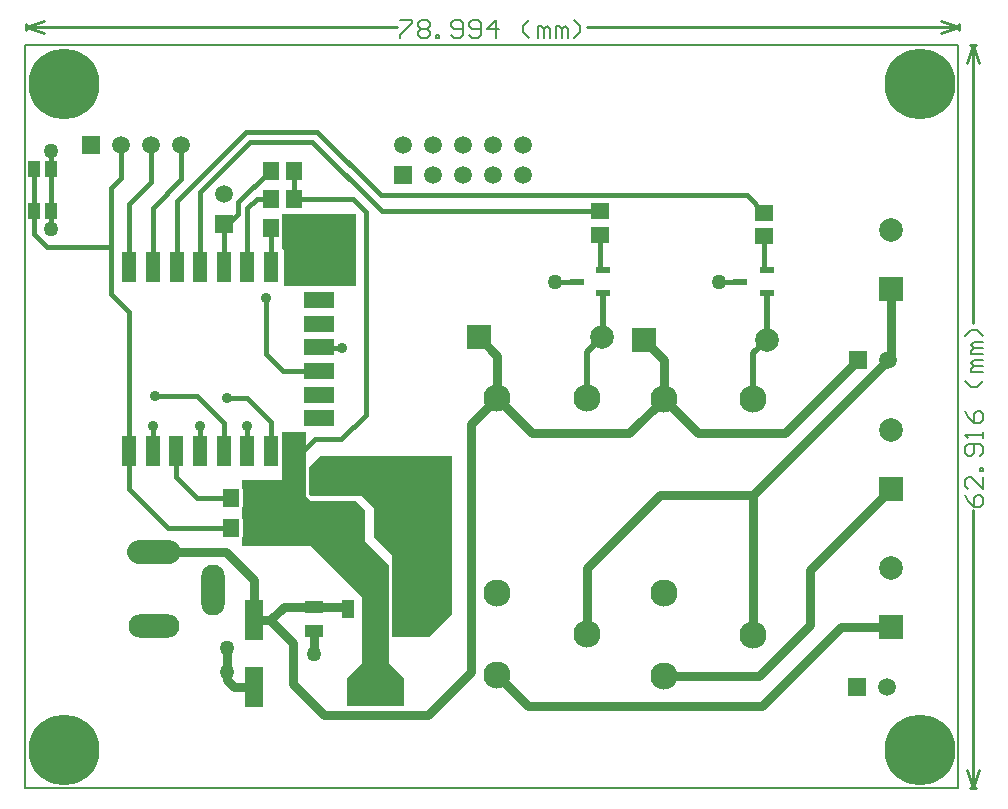
<source format=gtl>
G04 Layer_Physical_Order=1*
G04 Layer_Color=191*
%FSLAX44Y44*%
%MOMM*%
G71*
G01*
G75*
%ADD10R,1.0500X1.4000*%
%ADD11R,1.1500X0.6000*%
%ADD12R,1.4000X1.5000*%
%ADD13R,1.1430X2.5400*%
%ADD14R,2.5400X1.3970*%
%ADD15R,1.1000X1.5500*%
%ADD16R,1.1000X1.5500*%
%ADD17R,3.4500X1.5500*%
%ADD18R,1.0160X1.5240*%
%ADD19R,1.5240X1.0160*%
%ADD20R,1.6000X3.5000*%
%ADD21R,3.5000X1.6000*%
%ADD22R,1.5000X1.4000*%
%ADD23C,0.1270*%
%ADD24C,0.7620*%
%ADD25C,0.3810*%
%ADD26C,0.5080*%
%ADD27C,0.2540*%
%ADD28C,2.0160*%
%ADD29C,0.1524*%
%ADD30C,6.0000*%
%ADD31C,1.5000*%
%ADD32R,1.5000X1.5000*%
%ADD33C,2.0000*%
%ADD34R,2.0000X2.0000*%
%ADD35R,2.0000X2.0000*%
%ADD36R,1.5000X1.5000*%
%ADD37C,2.3000*%
%ADD38O,2.0000X4.3180*%
%ADD39O,4.3180X2.0000*%
%ADD40O,4.5000X2.0000*%
%ADD41C,0.8890*%
%ADD42C,1.2700*%
G36*
X492760Y469900D02*
Y449580D01*
X496570Y445770D01*
X534670Y445770D01*
X542290Y438150D01*
X542290Y411480D01*
X556260Y397510D01*
X562610Y391160D01*
Y367030D01*
Y308610D01*
X575310Y295910D01*
X575310Y271780D01*
X527050D01*
X527050Y295910D01*
X539750Y308610D01*
Y364490D01*
X496570Y407670D01*
X438150D01*
Y413667D01*
X438653Y414419D01*
X438850Y415410D01*
Y430410D01*
X438653Y431401D01*
X438150Y432153D01*
Y439067D01*
X438653Y439819D01*
X438850Y440810D01*
Y455810D01*
X438653Y456801D01*
X438150Y457553D01*
Y463550D01*
X472440D01*
Y504190D01*
X492760D01*
Y469900D01*
D02*
G37*
G36*
X615950Y349250D02*
X596900Y330200D01*
X565200D01*
Y367030D01*
Y391160D01*
X565150Y391410D01*
Y400050D01*
X549910Y415290D01*
Y439420D01*
X539750Y449580D01*
X496570D01*
X495350Y450800D01*
Y469900D01*
Y473760D01*
X505460Y483870D01*
X615950D01*
Y349250D01*
D02*
G37*
G36*
X535178Y627380D02*
X473710D01*
Y657860D01*
X472440Y659130D01*
Y688340D01*
X535178D01*
Y627380D01*
D02*
G37*
D10*
X276490Y726660D02*
D03*
X261990D02*
D03*
Y690660D02*
D03*
X276490D02*
D03*
D11*
X859970Y631190D02*
D03*
X882470Y640690D02*
D03*
Y621690D02*
D03*
X721540Y631190D02*
D03*
X744040Y640690D02*
D03*
Y621690D02*
D03*
D12*
X482600Y725170D02*
D03*
X462600D02*
D03*
X482600Y701040D02*
D03*
X462600D02*
D03*
X482600Y676910D02*
D03*
X462600D02*
D03*
X429260Y448310D02*
D03*
X449260D02*
D03*
X429260Y422910D02*
D03*
X449260D02*
D03*
D13*
X342900Y487680D02*
D03*
X362712D02*
D03*
X382778D02*
D03*
X402590D02*
D03*
X422910D02*
D03*
X442722D02*
D03*
X462534D02*
D03*
X482600D02*
D03*
X482854Y643890D02*
D03*
X462788D02*
D03*
X442976D02*
D03*
X422910Y643636D02*
D03*
X402844D02*
D03*
X383032D02*
D03*
X362712D02*
D03*
X342900D02*
D03*
D14*
X503428Y515620D02*
D03*
Y535432D02*
D03*
Y555244D02*
D03*
Y575564D02*
D03*
Y595376D02*
D03*
Y615696D02*
D03*
D15*
X574180Y353790D02*
D03*
D16*
X551180D02*
D03*
X528180D02*
D03*
D17*
X551180Y286290D02*
D03*
D18*
X552450Y381000D02*
D03*
X572770D02*
D03*
X482600Y461010D02*
D03*
X502920D02*
D03*
D19*
X499110Y355600D02*
D03*
Y335280D02*
D03*
D20*
X448310Y288230D02*
D03*
Y344230D02*
D03*
D21*
X571560Y427990D02*
D03*
X515560D02*
D03*
D22*
X741680Y690560D02*
D03*
Y670560D02*
D03*
X880110Y689610D02*
D03*
Y669610D02*
D03*
D23*
X1044956Y202184D02*
Y831342D01*
X255016Y202184D02*
X1044956D01*
X255016D02*
Y831342D01*
X1044956D01*
X255016D02*
X1044956D01*
Y202184D02*
Y831342D01*
X255016Y202184D02*
X1044956D01*
X255016D02*
Y831342D01*
D24*
X363766Y401824D02*
X424946D01*
X448310Y378460D01*
X425704Y294132D02*
Y300736D01*
Y294132D02*
X431606Y288230D01*
X448310D01*
X945680Y338620D02*
X988060D01*
X878840Y271780D02*
X945680Y338620D01*
X680210Y271780D02*
X878840D01*
X654250Y297740D02*
X680210Y271780D01*
X919480Y386880D02*
X988060Y455460D01*
X919480Y340360D02*
Y386880D01*
X876250Y297130D02*
X919480Y340360D01*
X795220Y297130D02*
X876250D01*
X792480Y450850D02*
X871220D01*
X730250Y388620D02*
X792480Y450850D01*
X730250Y332740D02*
Y388620D01*
X871220Y332130D02*
Y450850D01*
X985520Y565150D01*
X897890Y502920D02*
X960120Y565150D01*
X824430Y502920D02*
X897890D01*
X795220Y532130D02*
X824430Y502920D01*
X778280Y581660D02*
X795220Y564720D01*
Y532130D02*
Y564720D01*
X766010Y502920D02*
X795220Y532130D01*
X684070Y502920D02*
X766010D01*
X654250Y532740D02*
X684070Y502920D01*
X638580Y584200D02*
X654250Y568530D01*
Y532740D02*
Y568530D01*
X632460Y510950D02*
X654250Y532740D01*
X632460Y300990D02*
Y510950D01*
X595630Y264160D02*
X632460Y300990D01*
X508000Y264160D02*
X595630D01*
X481330Y290830D02*
X508000Y264160D01*
X481330Y290830D02*
Y325240D01*
X462340Y344230D02*
X481330Y325240D01*
X985520Y565150D02*
X988060Y567690D01*
Y624840D01*
X499110Y316230D02*
Y335280D01*
X425704Y300736D02*
Y321056D01*
X526370Y355600D02*
X528180Y353790D01*
X499110Y355600D02*
X526370D01*
X473710D02*
X499110D01*
X462340Y344230D02*
X473710Y355600D01*
X448310Y344230D02*
X462340D01*
X448310D02*
Y378460D01*
D25*
X362712Y693420D02*
X387096Y717804D01*
Y746506D01*
X361696Y715264D02*
Y746506D01*
X342900Y696468D02*
X361696Y715264D01*
X336296Y719074D02*
Y746506D01*
X327660Y710438D02*
X336296Y719074D01*
X458470Y569722D02*
Y616966D01*
Y569722D02*
X472948Y555244D01*
X503428D01*
X504444Y574548D02*
X523240D01*
X503428Y575564D02*
X504444Y574548D01*
X543052Y518414D02*
Y690372D01*
X522478Y497840D02*
X543052Y518414D01*
X532384Y701040D02*
X543052Y690372D01*
X462534Y487680D02*
Y512572D01*
X442722Y532384D02*
X462534Y512572D01*
X425450Y532384D02*
X442722D01*
X422910Y487680D02*
Y511048D01*
X400050Y533908D02*
X422910Y511048D01*
X364490Y533908D02*
X400050D01*
X342900Y487680D02*
Y605790D01*
X442722Y487680D02*
Y509016D01*
X402590Y487680D02*
Y509016D01*
X362712D02*
X362966Y509270D01*
X362712Y487680D02*
Y509016D01*
X865632Y704088D02*
X880110Y689610D01*
X555752Y704088D02*
X865632D01*
X501650Y758190D02*
X555752Y704088D01*
X441706Y758190D02*
X501650D01*
X556580Y690560D02*
X741680D01*
X497840Y749300D02*
X556580Y690560D01*
X444754Y749300D02*
X497840D01*
X500380Y497840D02*
X522478D01*
X482600Y701040D02*
X532384D01*
X383032Y699516D02*
X441706Y758190D01*
X402844Y707390D02*
X444754Y749300D01*
X327660Y621030D02*
Y660400D01*
Y710438D01*
X342900Y643636D02*
Y696468D01*
X362712Y643636D02*
Y693420D01*
X383032Y643636D02*
Y699516D01*
X402844Y643636D02*
Y707390D01*
X435356Y698754D02*
X461772Y725170D01*
X435356Y688594D02*
Y698754D01*
X426720Y679958D02*
X435356Y688594D01*
X422910Y679958D02*
X426720D01*
X461772Y725170D02*
X462600D01*
X422910Y643636D02*
Y679958D01*
X273050Y660400D02*
X327660D01*
X261990Y671460D02*
X273050Y660400D01*
X261990Y671460D02*
Y690660D01*
X276490Y741310D02*
X276860Y741680D01*
X276490Y726660D02*
Y741310D01*
Y676010D02*
X276860Y675640D01*
X276490Y676010D02*
Y690660D01*
Y726660D01*
X261990Y690660D02*
Y726660D01*
X327660Y621030D02*
X342900Y605790D01*
X842010Y631190D02*
X859970D01*
X703580D02*
X721540D01*
X880110Y643050D02*
X882470Y640690D01*
X880110Y643050D02*
Y669610D01*
X741680Y643050D02*
X744040Y640690D01*
X741680Y643050D02*
Y670560D01*
X482600Y701040D02*
Y725170D01*
X490220Y487680D02*
X500380Y497840D01*
X482600Y487680D02*
X490220D01*
X462600Y644078D02*
X462788Y643890D01*
X462600Y644078D02*
Y676910D01*
X442976Y643890D02*
Y693166D01*
X450850Y701040D01*
X462600D01*
X342900Y455930D02*
Y487680D01*
Y455930D02*
X375920Y422910D01*
X429260D01*
X382778Y465582D02*
Y487680D01*
Y465582D02*
X400050Y448310D01*
X429260D01*
D26*
X871220Y570820D02*
X882470Y582070D01*
X871220Y532130D02*
Y570820D01*
X882470Y582070D02*
Y621690D01*
X730250Y571270D02*
X743180Y584200D01*
X730250Y532740D02*
Y571270D01*
X743180Y584200D02*
X744040Y585060D01*
Y621690D01*
D27*
X1054354Y831342D02*
X1059434D01*
X1054354Y202184D02*
X1059434D01*
X1056894Y831342D02*
X1061974Y816102D01*
X1051814D02*
X1056894Y831342D01*
Y202184D02*
X1061974Y217424D01*
X1051814D02*
X1056894Y202184D01*
Y595733D02*
Y831342D01*
Y202184D02*
Y437793D01*
X1044977Y843788D02*
Y848868D01*
X255037Y843788D02*
Y848868D01*
X1029737Y841248D02*
X1044977Y846328D01*
X1029737Y851408D02*
X1044977Y846328D01*
X255037D02*
X270277Y841248D01*
X255037Y846328D02*
X270277Y851408D01*
X730246Y846328D02*
X1044977D01*
X255037D02*
X569768D01*
D28*
X351266Y401824D02*
X376266D01*
X413766Y359824D02*
Y379824D01*
X353766Y339824D02*
X373766D01*
D29*
X1050800Y450490D02*
X1053340Y445412D01*
X1058418Y440333D01*
X1063496D01*
X1066036Y442872D01*
Y447951D01*
X1063496Y450490D01*
X1060957D01*
X1058418Y447951D01*
Y440333D01*
X1066036Y465725D02*
Y455568D01*
X1055879Y465725D01*
X1053340D01*
X1050800Y463186D01*
Y458107D01*
X1053340Y455568D01*
X1066036Y470803D02*
X1063496D01*
Y473343D01*
X1066036D01*
Y470803D01*
X1063496Y483499D02*
X1066036Y486038D01*
Y491117D01*
X1063496Y493656D01*
X1053340D01*
X1050800Y491117D01*
Y486038D01*
X1053340Y483499D01*
X1055879D01*
X1058418Y486038D01*
Y493656D01*
X1066036Y498734D02*
Y503813D01*
Y501273D01*
X1050800D01*
X1053340Y498734D01*
X1050800Y521587D02*
X1053340Y516509D01*
X1058418Y511430D01*
X1063496D01*
X1066036Y513969D01*
Y519048D01*
X1063496Y521587D01*
X1060957D01*
X1058418Y519048D01*
Y511430D01*
X1066036Y546979D02*
X1060957Y541900D01*
X1055879D01*
X1050800Y546979D01*
X1066036Y554596D02*
X1055879D01*
Y557135D01*
X1058418Y559675D01*
X1066036D01*
X1058418D01*
X1055879Y562214D01*
X1058418Y564753D01*
X1066036D01*
Y569831D02*
X1055879D01*
Y572370D01*
X1058418Y574910D01*
X1066036D01*
X1058418D01*
X1055879Y577449D01*
X1058418Y579988D01*
X1066036D01*
Y585066D02*
X1060957Y590145D01*
X1055879D01*
X1050800Y585066D01*
X572308Y852421D02*
X582464D01*
Y849882D01*
X572308Y839726D01*
Y837187D01*
X587543Y849882D02*
X590082Y852421D01*
X595160D01*
X597699Y849882D01*
Y847343D01*
X595160Y844804D01*
X597699Y842265D01*
Y839726D01*
X595160Y837187D01*
X590082D01*
X587543Y839726D01*
Y842265D01*
X590082Y844804D01*
X587543Y847343D01*
Y849882D01*
X590082Y844804D02*
X595160D01*
X602778Y837187D02*
Y839726D01*
X605317D01*
Y837187D01*
X602778D01*
X615474Y839726D02*
X618013Y837187D01*
X623091D01*
X625630Y839726D01*
Y849882D01*
X623091Y852421D01*
X618013D01*
X615474Y849882D01*
Y847343D01*
X618013Y844804D01*
X625630D01*
X630709Y839726D02*
X633248Y837187D01*
X638326D01*
X640865Y839726D01*
Y849882D01*
X638326Y852421D01*
X633248D01*
X630709Y849882D01*
Y847343D01*
X633248Y844804D01*
X640865D01*
X653561Y837187D02*
Y852421D01*
X645944Y844804D01*
X656100D01*
X681492Y837187D02*
X676414Y842265D01*
Y847343D01*
X681492Y852421D01*
X689110Y837187D02*
Y847343D01*
X691649D01*
X694188Y844804D01*
Y837187D01*
Y844804D01*
X696727Y847343D01*
X699267Y844804D01*
Y837187D01*
X704345D02*
Y847343D01*
X706884D01*
X709423Y844804D01*
Y837187D01*
Y844804D01*
X711962Y847343D01*
X714502Y844804D01*
Y837187D01*
X719580D02*
X724658Y842265D01*
Y847343D01*
X719580Y852421D01*
D30*
X288036Y798830D02*
D03*
X1012190D02*
D03*
X288036Y234696D02*
D03*
X1012444Y234442D02*
D03*
D31*
X676656Y746760D02*
D03*
Y721360D02*
D03*
X651256Y746760D02*
D03*
Y721360D02*
D03*
X625856Y746760D02*
D03*
Y721360D02*
D03*
X600456Y746760D02*
D03*
Y721360D02*
D03*
X575056Y746760D02*
D03*
X387096Y746506D02*
D03*
X361696D02*
D03*
X336296D02*
D03*
X985520Y565150D02*
D03*
X984250Y288290D02*
D03*
X422910Y705358D02*
D03*
D32*
X575056Y721360D02*
D03*
X310896Y746506D02*
D03*
X960120Y565150D02*
D03*
X958850Y288290D02*
D03*
D33*
X988060Y388620D02*
D03*
Y505460D02*
D03*
Y674840D02*
D03*
X882880Y581660D02*
D03*
X743180Y584200D02*
D03*
D34*
X988060Y338620D02*
D03*
Y455460D02*
D03*
Y624840D02*
D03*
D35*
X778280Y581660D02*
D03*
X638580Y584200D02*
D03*
D36*
X422910Y679958D02*
D03*
D37*
X654250Y297740D02*
D03*
X730250Y332740D02*
D03*
X654250Y367740D02*
D03*
X730250Y532740D02*
D03*
X654250D02*
D03*
X795220Y297130D02*
D03*
X871220Y332130D02*
D03*
X795220Y367130D02*
D03*
X871220Y532130D02*
D03*
X795220D02*
D03*
D38*
X413766Y369824D02*
D03*
D39*
X363766Y339824D02*
D03*
D40*
Y401824D02*
D03*
D41*
X523240Y574548D02*
D03*
X458470Y616966D02*
D03*
X425450Y532384D02*
D03*
X364490Y533908D02*
D03*
X442722Y509016D02*
D03*
X402590D02*
D03*
X362966Y509270D02*
D03*
D42*
X276860Y741680D02*
D03*
Y675640D02*
D03*
X842010Y631190D02*
D03*
X703580D02*
D03*
X525780Y641350D02*
D03*
X509270D02*
D03*
X515620Y659130D02*
D03*
X499110D02*
D03*
X599440Y471170D02*
D03*
X581660D02*
D03*
X563880D02*
D03*
X586740Y381000D02*
D03*
X589280Y360680D02*
D03*
Y345440D02*
D03*
X598170Y415290D02*
D03*
Y433070D02*
D03*
X563880Y444500D02*
D03*
X516890Y461010D02*
D03*
X499110Y316230D02*
D03*
X425704Y300736D02*
D03*
Y321056D02*
D03*
M02*

</source>
